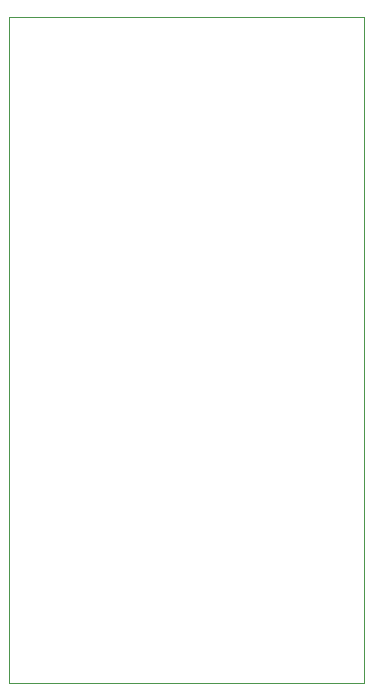
<source format=gm1>
%TF.GenerationSoftware,KiCad,Pcbnew,(5.1.12)-1*%
%TF.CreationDate,2022-08-18T12:28:12-07:00*%
%TF.ProjectId,HighPressureSensorArray,48696768-5072-4657-9373-75726553656e,rev?*%
%TF.SameCoordinates,Original*%
%TF.FileFunction,Profile,NP*%
%FSLAX46Y46*%
G04 Gerber Fmt 4.6, Leading zero omitted, Abs format (unit mm)*
G04 Created by KiCad (PCBNEW (5.1.12)-1) date 2022-08-18 12:28:12*
%MOMM*%
%LPD*%
G01*
G04 APERTURE LIST*
%TA.AperFunction,Profile*%
%ADD10C,0.050000*%
%TD*%
G04 APERTURE END LIST*
D10*
X114500000Y-41500000D02*
X144500000Y-41500000D01*
X114500000Y-97900000D02*
X114500000Y-41500000D01*
X144500000Y-97900000D02*
X144500000Y-41500000D01*
X114500000Y-97900000D02*
X144500000Y-97900000D01*
M02*

</source>
